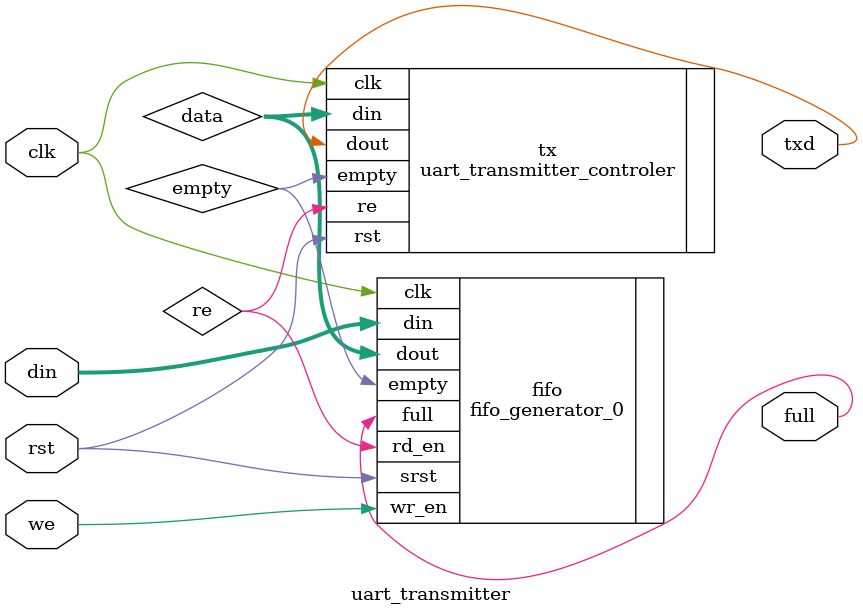
<source format=sv>
`timescale 1ns / 1ps

module uart_transmitter #(
  parameter [31:0] CLOCK_FREQUENCY = 32'd100_000_000,
  parameter [31:0] BAUD_RATE = 32'd115200,
  parameter [31:0] WORD_WIDTH = 32'd8
) (
  input                  clk,
  input                  rst,
  input [WORD_WIDTH-1:0] din,
  output                 full,
  input                  we,
  output                 txd
);
  // registers and wires
  logic [WORD_WIDTH-1:0] data;
  logic                  empty;
  logic                  re;

  // modules
  fifo_generator_0 fifo (
    .clk(clk),
    .srst(rst),
    .din(din),
    .full(full),
    .wr_en(we),
    .dout(data),
    .empty(empty),
    .rd_en(re)
  );

  uart_transmitter_controler #(
    .CLOCK_FREQUENCY(CLOCK_FREQUENCY),
    .BAUD_RATE(BAUD_RATE),
    .WORD_WIDTH(WORD_WIDTH)
  ) tx (
    .clk(clk),
    .rst(rst),
    .din(data),
    .empty(empty),
    .re(re),
    .dout(txd)
  );
endmodule

</source>
